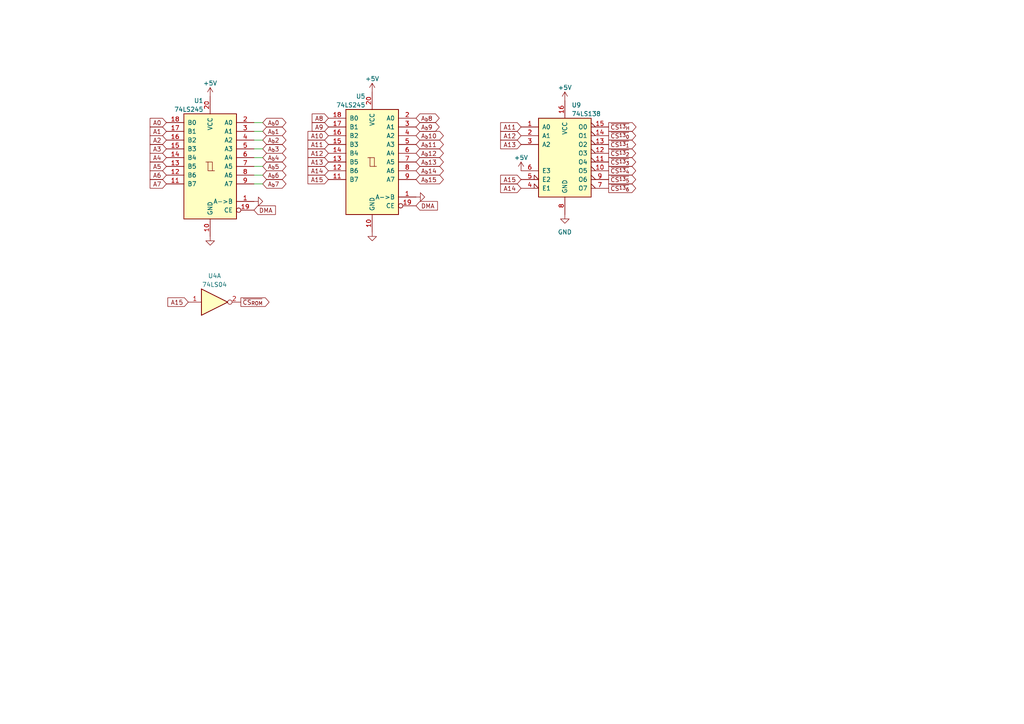
<source format=kicad_sch>
(kicad_sch (version 20230121) (generator eeschema)
  (paper "A4")
  (lib_symbols
    (symbol "74xx:74LS04"
      (property "Reference" "U" (at 0 1.27 0))
      (property "Value" "74LS04" (at 0 -1.27 0))
      (symbol "74LS04_1_0"
        (polyline (pts (xy -3.81 3.81) (xy -3.81 -3.81) (xy 3.81 0) (xy -3.81 3.81)) (stroke (width 0.254)) (fill (type background)))
        (pin input line (at -7.62 0 0) (length 3.81) (name "~") (number "1"))
        (pin output inverted (at 7.62 0 180) (length 3.81) (name "~") (number "2"))
      )
      (symbol "74LS04_2_0"
        (polyline (pts (xy -3.81 3.81) (xy -3.81 -3.81) (xy 3.81 0) (xy -3.81 3.81)) (stroke (width 0.254)) (fill (type background)))
        (pin input line (at -7.62 0 0) (length 3.81) (name "~") (number "3"))
        (pin output inverted (at 7.62 0 180) (length 3.81) (name "~") (number "4"))
      )
      (symbol "74LS04_3_0"
        (polyline (pts (xy -3.81 3.81) (xy -3.81 -3.81) (xy 3.81 0) (xy -3.81 3.81)) (stroke (width 0.254)) (fill (type background)))
        (pin input line (at -7.62 0 0) (length 3.81) (name "~") (number "5"))
        (pin output inverted (at 7.62 0 180) (length 3.81) (name "~") (number "6"))
      )
      (symbol "74LS04_4_0"
        (polyline (pts (xy -3.81 3.81) (xy -3.81 -3.81) (xy 3.81 0) (xy -3.81 3.81)) (stroke (width 0.254)) (fill (type background)))
        (pin output inverted (at 7.62 0 180) (length 3.81) (name "~") (number "8"))
        (pin input line (at -7.62 0 0) (length 3.81) (name "~") (number "9"))
      )
      (symbol "74LS04_5_0"
        (polyline (pts (xy -3.81 3.81) (xy -3.81 -3.81) (xy 3.81 0) (xy -3.81 3.81)) (stroke (width 0.254)) (fill (type background)))
        (pin output inverted (at 7.62 0 180) (length 3.81) (name "~") (number "10"))
        (pin input line (at -7.62 0 0) (length 3.81) (name "~") (number "11"))
      )
      (symbol "74LS04_6_0"
        (polyline (pts (xy -3.81 3.81) (xy -3.81 -3.81) (xy 3.81 0) (xy -3.81 3.81)) (stroke (width 0.254)) (fill (type background)))
        (pin output inverted (at 7.62 0 180) (length 3.81) (name "~") (number "12"))
        (pin input line (at -7.62 0 0) (length 3.81) (name "~") (number "13"))
      )
      (symbol "74LS04_7_0"
        (pin power_in line (at 0 12.7 270) (length 5.08) (name "VCC") (number "14"))
        (pin power_in line (at 0 -12.7 90) (length 5.08) (name "GND") (number "7"))
      )
      (symbol "74LS04_7_1"
        (rectangle (start -5.08 7.62) (end 5.08 -7.62) (stroke (width 0.254)) (fill (type background)))
      )
    )
    (symbol "74xx:74LS138" (pin_names (offset 1.016))
      (property "Reference" "U" (at -7.62 11.43 0))
      (property "Value" "74LS138" (at -7.62 -13.97 0))
      (symbol "74LS138_1_0"
        (pin input line (at -12.7 7.62 0) (length 5.08) (name "A0") (number "1"))
        (pin output output_low (at 12.7 -5.08 180) (length 5.08) (name "O5") (number "10"))
        (pin output output_low (at 12.7 -2.54 180) (length 5.08) (name "O4") (number "11"))
        (pin output output_low (at 12.7 0 180) (length 5.08) (name "O3") (number "12"))
        (pin output output_low (at 12.7 2.54 180) (length 5.08) (name "O2") (number "13"))
        (pin output output_low (at 12.7 5.08 180) (length 5.08) (name "O1") (number "14"))
        (pin output output_low (at 12.7 7.62 180) (length 5.08) (name "O0") (number "15"))
        (pin power_in line (at 0 15.24 270) (length 5.08) (name "VCC") (number "16"))
        (pin input line (at -12.7 5.08 0) (length 5.08) (name "A1") (number "2"))
        (pin input line (at -12.7 2.54 0) (length 5.08) (name "A2") (number "3"))
        (pin input input_low (at -12.7 -10.16 0) (length 5.08) (name "E1") (number "4"))
        (pin input input_low (at -12.7 -7.62 0) (length 5.08) (name "E2") (number "5"))
        (pin input line (at -12.7 -5.08 0) (length 5.08) (name "E3") (number "6"))
        (pin output output_low (at 12.7 -10.16 180) (length 5.08) (name "O7") (number "7"))
        (pin power_in line (at 0 -17.78 90) (length 5.08) (name "GND") (number "8"))
        (pin output output_low (at 12.7 -7.62 180) (length 5.08) (name "O6") (number "9"))
      )
      (symbol "74LS138_1_1"
        (rectangle (start -7.62 10.16) (end 7.62 -12.7) (stroke (width 0.254)) (fill (type background)))
      )
    )
    (symbol "74xx:74LS245" (pin_names (offset 1.016))
      (property "Reference" "U" (at -7.62 16.51 0))
      (property "Value" "74LS245" (at -7.62 -16.51 0))
      (symbol "74LS245_1_0"
        (polyline (pts (xy -0.635 -1.27) (xy -0.635 1.27) (xy 0.635 1.27)))
        (polyline (pts (xy -1.27 -1.27) (xy 0.635 -1.27) (xy 0.635 1.27) (xy 1.27 1.27)))
        (pin input line (at -12.7 -10.16 0) (length 5.08) (name "A->B") (number "1"))
        (pin power_in line (at 0 -20.32 90) (length 5.08) (name "GND") (number "10"))
        (pin tri_state line (at 12.7 -5.08 180) (length 5.08) (name "B7") (number "11"))
        (pin tri_state line (at 12.7 -2.54 180) (length 5.08) (name "B6") (number "12"))
        (pin tri_state line (at 12.7 0 180) (length 5.08) (name "B5") (number "13"))
        (pin tri_state line (at 12.7 2.54 180) (length 5.08) (name "B4") (number "14"))
        (pin tri_state line (at 12.7 5.08 180) (length 5.08) (name "B3") (number "15"))
        (pin tri_state line (at 12.7 7.62 180) (length 5.08) (name "B2") (number "16"))
        (pin tri_state line (at 12.7 10.16 180) (length 5.08) (name "B1") (number "17"))
        (pin tri_state line (at 12.7 12.7 180) (length 5.08) (name "B0") (number "18"))
        (pin input inverted (at -12.7 -12.7 0) (length 5.08) (name "CE") (number "19"))
        (pin tri_state line (at -12.7 12.7 0) (length 5.08) (name "A0") (number "2"))
        (pin power_in line (at 0 20.32 270) (length 5.08) (name "VCC") (number "20"))
        (pin tri_state line (at -12.7 10.16 0) (length 5.08) (name "A1") (number "3"))
        (pin tri_state line (at -12.7 7.62 0) (length 5.08) (name "A2") (number "4"))
        (pin tri_state line (at -12.7 5.08 0) (length 5.08) (name "A3") (number "5"))
        (pin tri_state line (at -12.7 2.54 0) (length 5.08) (name "A4") (number "6"))
        (pin tri_state line (at -12.7 0 0) (length 5.08) (name "A5") (number "7"))
        (pin tri_state line (at -12.7 -2.54 0) (length 5.08) (name "A6") (number "8"))
        (pin tri_state line (at -12.7 -5.08 0) (length 5.08) (name "A7") (number "9"))
      )
      (symbol "74LS245_1_1"
        (rectangle (start -7.62 15.24) (end 7.62 -15.24) (stroke (width 0.254)) (fill (type background)))
      )
    )
    (symbol "power:+5V" (power) (pin_names (offset 0))
      (property "Value" "+5V" (at 0 3.556 0))
      (symbol "+5V_0_1"
        (polyline (pts (xy -0.762 1.27) (xy 0 2.54)))
        (polyline (pts (xy 0 0) (xy 0 2.54)))
        (polyline (pts (xy 0 2.54) (xy 0.762 1.27)))
      )
      (symbol "+5V_1_1"
        (pin power_in line (at 0 0 90) (length 0) hide (name "+5V") (number "1"))
      )
    )
    (symbol "power:GND" (power) (pin_names (offset 0))
      (property "Value" "GND" (at 0 -3.81 0))
      (symbol "GND_0_1"
        (polyline (pts (xy 0 0) (xy 0 -1.27) (xy 1.27 -1.27) (xy 0 -2.54) (xy -1.27 -1.27) (xy 0 -1.27)))
      )
      (symbol "GND_1_1"
        (pin power_in line (at 0 0 270) (length 0) hide (name "GND") (number "1"))
      )
    )
  )
  (wire (pts (xy 76.2 35.56) (xy 73.66 35.56)))
  (wire (pts (xy 76.2 53.34) (xy 73.66 53.34)))
  (wire (pts (xy 76.2 40.64) (xy 73.66 40.64)))
  (wire (pts (xy 76.2 38.1) (xy 73.66 38.1)))
  (wire (pts (xy 76.2 50.8) (xy 73.66 50.8)))
  (wire (pts (xy 76.2 45.72) (xy 73.66 45.72)))
  (wire (pts (xy 76.2 43.18) (xy 73.66 43.18)))
  (wire (pts (xy 76.2 48.26) (xy 73.66 48.26)))
  (global_label "A_{b}0" (shape tri_state) (at 76.2 35.56 0) (property "Intersheetrefs" "${INTERSHEET_REFS}" (effects hide)))
  (global_label "DMA" (shape input) (at 73.66 60.96 0) (property "Intersheetrefs" "${INTERSHEET_REFS}" (effects hide)))
  (global_label "A_{b}1" (shape tri_state) (at 76.2 38.1 0) (property "Intersheetrefs" "${INTERSHEET_REFS}" (effects hide)))
  (global_label "A15" (shape input) (at 54.61 87.63 180) (property "Intersheetrefs" "${INTERSHEET_REFS}" (effects hide)))
  (global_label "A13" (shape input) (at 151.13 41.91 180) (property "Intersheetrefs" "${INTERSHEET_REFS}" (effects hide)))
  (global_label "A14" (shape input) (at 95.25 49.53 180) (property "Intersheetrefs" "${INTERSHEET_REFS}" (effects hide)))
  (global_label "A0" (shape input) (at 48.26 35.56 180) (property "Intersheetrefs" "${INTERSHEET_REFS}" (effects hide)))
  (global_label "A_{b}6" (shape tri_state) (at 76.2 50.8 0) (property "Intersheetrefs" "${INTERSHEET_REFS}" (effects hide)))
  (global_label "A3" (shape input) (at 48.26 43.18 180) (property "Intersheetrefs" "${INTERSHEET_REFS}" (effects hide)))
  (global_label "A9" (shape input) (at 95.25 36.83 180) (property "Intersheetrefs" "${INTERSHEET_REFS}" (effects hide)))
  (global_label "A7" (shape input) (at 48.26 53.34 180) (property "Intersheetrefs" "${INTERSHEET_REFS}" (effects hide)))
  (global_label "A14" (shape input) (at 151.13 54.61 180) (property "Intersheetrefs" "${INTERSHEET_REFS}" (effects hide)))
  (global_label "~{CS^{13}_{3}}" (shape output) (at 176.53 46.99 0) (property "Intersheetrefs" "${INTERSHEET_REFS}" (effects hide)))
  (global_label "~{CS^{13}_{6}}" (shape output) (at 176.53 54.61 0) (property "Intersheetrefs" "${INTERSHEET_REFS}" (effects hide)))
  (global_label "DMA" (shape input) (at 120.65 59.69 0) (property "Intersheetrefs" "${INTERSHEET_REFS}" (effects hide)))
  (global_label "A2" (shape input) (at 48.26 40.64 180) (property "Intersheetrefs" "${INTERSHEET_REFS}" (effects hide)))
  (global_label "A11" (shape input) (at 151.13 36.83 180) (property "Intersheetrefs" "${INTERSHEET_REFS}" (effects hide)))
  (global_label "A_{b}4" (shape tri_state) (at 76.2 45.72 0) (property "Intersheetrefs" "${INTERSHEET_REFS}" (effects hide)))
  (global_label "A12" (shape input) (at 151.13 39.37 180) (property "Intersheetrefs" "${INTERSHEET_REFS}" (effects hide)))
  (global_label "A_{b}15" (shape tri_state) (at 120.65 52.07 0) (property "Intersheetrefs" "${INTERSHEET_REFS}" (effects hide)))
  (global_label "A15" (shape input) (at 151.13 52.07 180) (property "Intersheetrefs" "${INTERSHEET_REFS}" (effects hide)))
  (global_label "A_{b}3" (shape tri_state) (at 76.2 43.18 0) (property "Intersheetrefs" "${INTERSHEET_REFS}" (effects hide)))
  (global_label "A4" (shape input) (at 48.26 45.72 180) (property "Intersheetrefs" "${INTERSHEET_REFS}" (effects hide)))
  (global_label "~{CS^{13}_{2}}" (shape output) (at 176.53 44.45 0) (property "Intersheetrefs" "${INTERSHEET_REFS}" (effects hide)))
  (global_label "A_{b}2" (shape tri_state) (at 76.2 40.64 0) (property "Intersheetrefs" "${INTERSHEET_REFS}" (effects hide)))
  (global_label "~{CS^{13}_{5}}" (shape output) (at 176.53 52.07 0) (property "Intersheetrefs" "${INTERSHEET_REFS}" (effects hide)))
  (global_label "A_{b}7" (shape tri_state) (at 76.2 53.34 0) (property "Intersheetrefs" "${INTERSHEET_REFS}" (effects hide)))
  (global_label "A11" (shape input) (at 95.25 41.91 180) (property "Intersheetrefs" "${INTERSHEET_REFS}" (effects hide)))
  (global_label "~{CS_{ROM}}" (shape output) (at 69.85 87.63 0) (property "Intersheetrefs" "${INTERSHEET_REFS}" (effects hide)))
  (global_label "~{CS^{13}_{4}}" (shape output) (at 176.53 49.53 0) (property "Intersheetrefs" "${INTERSHEET_REFS}" (effects hide)))
  (global_label "A_{b}13" (shape tri_state) (at 120.65 46.99 0) (property "Intersheetrefs" "${INTERSHEET_REFS}" (effects hide)))
  (global_label "A_{b}14" (shape tri_state) (at 120.65 49.53 0) (property "Intersheetrefs" "${INTERSHEET_REFS}" (effects hide)))
  (global_label "A_{b}8" (shape tri_state) (at 120.65 34.29 0) (property "Intersheetrefs" "${INTERSHEET_REFS}" (effects hide)))
  (global_label "A15" (shape input) (at 95.25 52.07 180) (property "Intersheetrefs" "${INTERSHEET_REFS}" (effects hide)))
  (global_label "A8" (shape input) (at 95.25 34.29 180) (property "Intersheetrefs" "${INTERSHEET_REFS}" (effects hide)))
  (global_label "A13" (shape input) (at 95.25 46.99 180) (property "Intersheetrefs" "${INTERSHEET_REFS}" (effects hide)))
  (global_label "A1" (shape input) (at 48.26 38.1 180) (property "Intersheetrefs" "${INTERSHEET_REFS}" (effects hide)))
  (global_label "~{CS^{13}_{1}}" (shape output) (at 176.53 41.91 0) (property "Intersheetrefs" "${INTERSHEET_REFS}" (effects hide)))
  (global_label "A_{b}10" (shape tri_state) (at 120.65 39.37 0) (property "Intersheetrefs" "${INTERSHEET_REFS}" (effects hide)))
  (global_label "A6" (shape input) (at 48.26 50.8 180) (property "Intersheetrefs" "${INTERSHEET_REFS}" (effects hide)))
  (global_label "~{CS^{13}_{0}}" (shape output) (at 176.53 39.37 0) (property "Intersheetrefs" "${INTERSHEET_REFS}" (effects hide)))
  (global_label "A10" (shape input) (at 95.25 39.37 180) (property "Intersheetrefs" "${INTERSHEET_REFS}" (effects hide)))
  (global_label "A_{b}11" (shape tri_state) (at 120.65 41.91 0) (property "Intersheetrefs" "${INTERSHEET_REFS}" (effects hide)))
  (global_label "~{CS^{13}_{H}}" (shape output) (at 176.53 36.83 0) (property "Intersheetrefs" "${INTERSHEET_REFS}" (effects hide)))
  (global_label "A12" (shape input) (at 95.25 44.45 180) (property "Intersheetrefs" "${INTERSHEET_REFS}" (effects hide)))
  (global_label "A_{b}9" (shape tri_state) (at 120.65 36.83 0) (property "Intersheetrefs" "${INTERSHEET_REFS}" (effects hide)))
  (global_label "A_{b}5" (shape tri_state) (at 76.2 48.26 0) (property "Intersheetrefs" "${INTERSHEET_REFS}" (effects hide)))
  (global_label "A5" (shape input) (at 48.26 48.26 180) (property "Intersheetrefs" "${INTERSHEET_REFS}" (effects hide)))
  (global_label "A_{b}12" (shape tri_state) (at 120.65 44.45 0) (property "Intersheetrefs" "${INTERSHEET_REFS}" (effects hide)))
  (symbol (lib_id "74xx:74LS245") (at 60.96 48.26 0) (mirror y) (unit 1)
    (property "Reference" "U1" (at 59.0041 29.21 0) (effects (justify left)))
    (property "Value" "74LS245" (at 59.0041 31.75 0) (effects (justify left)))
    (property "Datasheet" "http://www.ti.com/lit/gpn/sn74LS245" (effects hide))
  )
  (symbol (lib_id "power:GND") (at 120.65 57.15 90) (unit 1)
    (property "Reference" "#PWR017" (effects hide))
    (property "Value" "GND" (effects hide))
  )
  (symbol (lib_id "power:+5V") (at 163.83 29.21 0) (unit 1)
    (property "Reference" "#PWR027" (effects hide))
    (property "Value" "+5V" (at 163.83 25.4 0))
    (instances (project "6802 v1" (path "" (reference "#PWR027") (unit 1)) (path "" (reference "#PWR025") (unit 1))))
  )
  (symbol (lib_id "power:GND") (at 163.83 62.23 0) (unit 1)
    (property "Reference" "#PWR028" (effects hide))
    (property "Value" "GND" (at 163.83 67.31 0))
    (instances (project "6802 v1" (path "" (reference "#PWR028") (unit 1)) (path "" (reference "#PWR027") (unit 1))))
  )
  (symbol (lib_id "power:+5V") (at 151.13 49.53 0) (unit 1)
    (property "Reference" "#PWR026" (effects hide))
    (property "Value" "+5V" (at 151.13 45.72 0))
  )
  (symbol (lib_id "74xx:74LS138") (at 163.83 44.45 0) (unit 1)
    (property "Reference" "U9" (at 165.7859 30.48 0) (effects (justify left)))
    (property "Value" "74LS138" (at 165.7859 33.02 0) (effects (justify left)))
    (property "Footprint" "Package_DIP:DIP-16_W7.62mm_Socket" (effects hide))
    (property "Datasheet" "http://www.ti.com/lit/gpn/sn74LS138" (effects hide))
  )
  (symbol (lib_id "power:+5V") (at 60.96 27.94 0) (unit 1)
    (property "Reference" "#PWR03" (effects hide))
    (property "Value" "+5V" (at 60.96 24.13 0))
  )
  (symbol (lib_id "power:+5V") (at 107.95 26.67 0) (unit 1)
    (property "Reference" "#PWR012" (effects hide))
    (property "Value" "+5V" (at 107.95 22.86 0))
  )
  (symbol (lib_id "74xx:74LS245") (at 107.95 46.99 0) (mirror y) (unit 1)
    (property "Reference" "U5" (at 105.9941 27.94 0) (effects (justify left)))
    (property "Value" "74LS245" (at 105.9941 30.48 0) (effects (justify left)))
    (property "Datasheet" "http://www.ti.com/lit/gpn/sn74LS245" (effects hide))
  )
  (symbol (lib_id "power:GND") (at 73.66 58.42 90) (unit 1)
    (property "Reference" "#PWR09" (effects hide))
    (property "Value" "GND" (effects hide))
  )
  (symbol (lib_id "power:GND") (at 107.95 67.31 0) (unit 1)
    (property "Reference" "#PWR011" (effects hide))
    (property "Value" "GND" (effects hide))
    (instances (project "6802 v1" (path "" (reference "#PWR011") (unit 1)) (path "" (reference "#PWR029") (unit 1))))
  )
  (symbol (lib_id "power:GND") (at 60.96 68.58 0) (unit 1)
    (property "Reference" "#PWR011" (effects hide))
    (property "Value" "GND" (effects hide))
  )
  (symbol (lib_id "74xx:74LS04") (at 62.23 87.63 0) (unit 1)
    (property "Reference" "U4" (at 62.23 80.01 0))
    (property "Value" "74LS04" (at 62.23 82.55 0))
    (property "Datasheet" "http://www.ti.com/lit/gpn/sn74LS04" (effects hide))
  )
)
</source>
